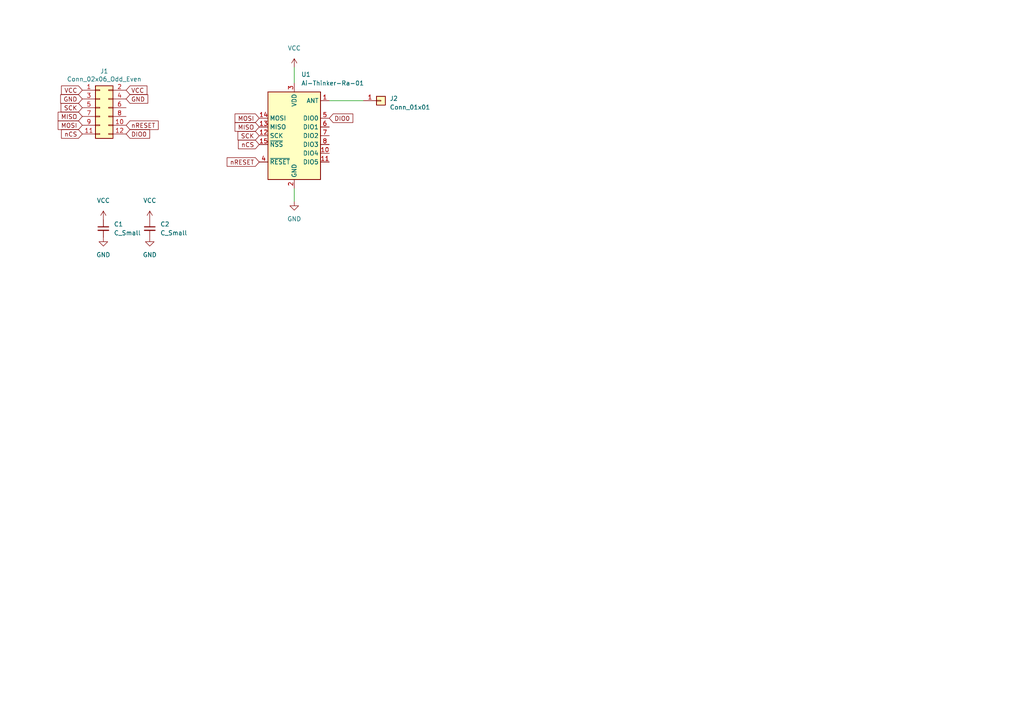
<source format=kicad_sch>
(kicad_sch (version 20230121) (generator eeschema)
  (paper "A4")
  (lib_symbols
    (symbol "Connector_Generic:Conn_01x01" (pin_names (offset 1.016) hide)
      (property "Reference" "J" (at 0 2.54 0))
      (property "Value" "Conn_01x01" (at 0 -2.54 0))
      (symbol "Conn_01x01_1_1"
        (rectangle (start -1.27 0.127) (end 0 -0.127) (stroke (width 0.1524)))
        (rectangle (start -1.27 1.27) (end 1.27 -1.27) (stroke (width 0.254)) (fill (type background)))
        (pin passive line (at -5.08 0 0) (length 3.81) (name "Pin_1") (number "1"))
      )
    )
    (symbol "Connector_Generic:Conn_02x06_Odd_Even" (pin_names (offset 1.016) hide)
      (property "Reference" "J" (at 1.27 7.62 0))
      (property "Value" "Conn_02x06_Odd_Even" (at 1.27 -10.16 0))
      (symbol "Conn_02x06_Odd_Even_1_1"
        (rectangle (start -1.27 -7.493) (end 0 -7.747) (stroke (width 0.1524)))
        (rectangle (start -1.27 -4.953) (end 0 -5.207) (stroke (width 0.1524)))
        (rectangle (start -1.27 -2.413) (end 0 -2.667) (stroke (width 0.1524)))
        (rectangle (start -1.27 0.127) (end 0 -0.127) (stroke (width 0.1524)))
        (rectangle (start -1.27 2.667) (end 0 2.413) (stroke (width 0.1524)))
        (rectangle (start -1.27 5.207) (end 0 4.953) (stroke (width 0.1524)))
        (rectangle (start -1.27 6.35) (end 3.81 -8.89) (stroke (width 0.254)) (fill (type background)))
        (rectangle (start 3.81 -7.493) (end 2.54 -7.747) (stroke (width 0.1524)))
        (rectangle (start 3.81 -4.953) (end 2.54 -5.207) (stroke (width 0.1524)))
        (rectangle (start 3.81 -2.413) (end 2.54 -2.667) (stroke (width 0.1524)))
        (rectangle (start 3.81 0.127) (end 2.54 -0.127) (stroke (width 0.1524)))
        (rectangle (start 3.81 2.667) (end 2.54 2.413) (stroke (width 0.1524)))
        (rectangle (start 3.81 5.207) (end 2.54 4.953) (stroke (width 0.1524)))
        (pin passive line (at -5.08 5.08 0) (length 3.81) (name "Pin_1") (number "1"))
        (pin passive line (at 7.62 -5.08 180) (length 3.81) (name "Pin_10") (number "10"))
        (pin passive line (at -5.08 -7.62 0) (length 3.81) (name "Pin_11") (number "11"))
        (pin passive line (at 7.62 -7.62 180) (length 3.81) (name "Pin_12") (number "12"))
        (pin passive line (at 7.62 5.08 180) (length 3.81) (name "Pin_2") (number "2"))
        (pin passive line (at -5.08 2.54 0) (length 3.81) (name "Pin_3") (number "3"))
        (pin passive line (at 7.62 2.54 180) (length 3.81) (name "Pin_4") (number "4"))
        (pin passive line (at -5.08 0 0) (length 3.81) (name "Pin_5") (number "5"))
        (pin passive line (at 7.62 0 180) (length 3.81) (name "Pin_6") (number "6"))
        (pin passive line (at -5.08 -2.54 0) (length 3.81) (name "Pin_7") (number "7"))
        (pin passive line (at 7.62 -2.54 180) (length 3.81) (name "Pin_8") (number "8"))
        (pin passive line (at -5.08 -5.08 0) (length 3.81) (name "Pin_9") (number "9"))
      )
    )
    (symbol "Device:C_Small" (pin_numbers hide) (pin_names (offset 0.254) hide)
      (property "Reference" "C" (at 0.254 1.778 0))
      (property "Value" "C_Small" (at 0.254 -2.032 0))
      (symbol "C_Small_0_1"
        (polyline (pts (xy -1.524 -0.508) (xy 1.524 -0.508)) (stroke (width 0.3302)))
        (polyline (pts (xy -1.524 0.508) (xy 1.524 0.508)) (stroke (width 0.3048)))
      )
      (symbol "C_Small_1_1"
        (pin passive line (at 0 2.54 270) (length 2.032) (name "~") (number "1"))
        (pin passive line (at 0 -2.54 90) (length 2.032) (name "~") (number "2"))
      )
    )
    (symbol "RF_Module:Ai-Thinker-Ra-01"
      (property "Reference" "U" (at 2.54 17.78 0))
      (property "Value" "Ai-Thinker-Ra-01" (at 13.97 -15.24 0))
      (symbol "Ai-Thinker-Ra-01_0_1"
        (rectangle (start -7.62 12.7) (end 7.62 -12.7) (stroke (width 0.254)) (fill (type background)))
      )
      (symbol "Ai-Thinker-Ra-01_1_1"
        (pin passive line (at 10.16 10.16 180) (length 2.54) (name "ANT") (number "1"))
        (pin bidirectional line (at 10.16 -5.08 180) (length 2.54) (name "DIO4") (number "10"))
        (pin bidirectional line (at 10.16 -7.62 180) (length 2.54) (name "DIO5") (number "11"))
        (pin input line (at -10.16 0 0) (length 2.54) (name "SCK") (number "12"))
        (pin output line (at -10.16 2.54 0) (length 2.54) (name "MISO") (number "13"))
        (pin input line (at -10.16 5.08 0) (length 2.54) (name "MOSI") (number "14"))
        (pin input line (at -10.16 -2.54 0) (length 2.54) (name "~{NSS}") (number "15"))
        (pin passive line (at 0 -15.24 90) (length 2.54) hide (name "GND") (number "16"))
        (pin power_in line (at 0 -15.24 90) (length 2.54) (name "GND") (number "2"))
        (pin power_in line (at 0 15.24 270) (length 2.54) (name "VDD") (number "3"))
        (pin input line (at -10.16 -7.62 0) (length 2.54) (name "~{RESET}") (number "4"))
        (pin bidirectional line (at 10.16 5.08 180) (length 2.54) (name "DIO0") (number "5"))
        (pin bidirectional line (at 10.16 2.54 180) (length 2.54) (name "DIO1") (number "6"))
        (pin bidirectional line (at 10.16 0 180) (length 2.54) (name "DIO2") (number "7"))
        (pin bidirectional line (at 10.16 -2.54 180) (length 2.54) (name "DIO3") (number "8"))
        (pin passive line (at 0 -15.24 90) (length 2.54) hide (name "GND") (number "9"))
      )
    )
    (symbol "power:GND" (power) (pin_names (offset 0))
      (property "Value" "GND" (at 0 -3.81 0))
      (symbol "GND_0_1"
        (polyline (pts (xy 0 0) (xy 0 -1.27) (xy 1.27 -1.27) (xy 0 -2.54) (xy -1.27 -1.27) (xy 0 -1.27)))
      )
      (symbol "GND_1_1"
        (pin power_in line (at 0 0 270) (length 0) hide (name "GND") (number "1"))
      )
    )
    (symbol "power:VCC" (power) (pin_names (offset 0))
      (property "Value" "VCC" (at 0 3.81 0))
      (symbol "VCC_0_1"
        (polyline (pts (xy -0.762 1.27) (xy 0 2.54)))
        (polyline (pts (xy 0 0) (xy 0 2.54)))
        (polyline (pts (xy 0 2.54) (xy 0.762 1.27)))
      )
      (symbol "VCC_1_1"
        (pin power_in line (at 0 0 90) (length 0) hide (name "VCC") (number "1"))
      )
    )
  )
  (wire (pts (xy 95.504 29.21) (xy 105.41 29.21)))
  (wire (pts (xy 85.344 19.558) (xy 85.344 24.13)))
  (wire (pts (xy 85.344 54.61) (xy 85.344 58.42)))
  (global_label "nRESET" (shape input) (at 75.184 46.99 180) (property "Intersheetrefs" "${INTERSHEET_REFS}" (effects hide)) (property "Intersheet-verwijzingen" "${INTERSHEET_REFS}" (effects hide)))
  (global_label "MISO" (shape input) (at 23.876 33.782 180) (property "Intersheetrefs" "${INTERSHEET_REFS}" (effects hide)) (property "Intersheet-verwijzingen" "${INTERSHEET_REFS}" (effects hide)))
  (global_label "GND" (shape input) (at 36.576 28.702 0) (property "Intersheetrefs" "${INTERSHEET_REFS}" (effects hide)) (property "Intersheet-verwijzingen" "${INTERSHEET_REFS}" (effects hide)))
  (global_label "VCC" (shape input) (at 23.876 26.162 180) (property "Intersheetrefs" "${INTERSHEET_REFS}" (effects hide)) (property "Intersheet-verwijzingen" "${INTERSHEET_REFS}" (effects hide)))
  (global_label "nCS" (shape input) (at 75.184 41.91 180) (property "Intersheetrefs" "${INTERSHEET_REFS}" (effects hide)) (property "Intersheet-verwijzingen" "${INTERSHEET_REFS}" (effects hide)))
  (global_label "GND" (shape input) (at 23.876 28.702 180) (property "Intersheetrefs" "${INTERSHEET_REFS}" (effects hide)) (property "Intersheet-verwijzingen" "${INTERSHEET_REFS}" (effects hide)))
  (global_label "SCK" (shape input) (at 23.876 31.242 180) (property "Intersheetrefs" "${INTERSHEET_REFS}" (effects hide)) (property "Intersheet-verwijzingen" "${INTERSHEET_REFS}" (effects hide)))
  (global_label "nCS" (shape input) (at 23.876 38.862 180) (property "Intersheetrefs" "${INTERSHEET_REFS}" (effects hide)) (property "Intersheet-verwijzingen" "${INTERSHEET_REFS}" (effects hide)))
  (global_label "VCC" (shape input) (at 36.576 26.162 0) (property "Intersheetrefs" "${INTERSHEET_REFS}" (effects hide)) (property "Intersheet-verwijzingen" "${INTERSHEET_REFS}" (effects hide)))
  (global_label "DIO0" (shape input) (at 95.504 34.29 0) (property "Intersheetrefs" "${INTERSHEET_REFS}" (effects hide)) (property "Intersheet-verwijzingen" "${INTERSHEET_REFS}" (effects hide)))
  (global_label "DIO0" (shape input) (at 36.576 38.862 0) (property "Intersheetrefs" "${INTERSHEET_REFS}" (effects hide)) (property "Intersheet-verwijzingen" "${INTERSHEET_REFS}" (effects hide)))
  (global_label "MISO" (shape input) (at 75.184 36.83 180) (property "Intersheetrefs" "${INTERSHEET_REFS}" (effects hide)) (property "Intersheet-verwijzingen" "${INTERSHEET_REFS}" (effects hide)))
  (global_label "MOSI" (shape input) (at 75.184 34.29 180) (property "Intersheetrefs" "${INTERSHEET_REFS}" (effects hide)) (property "Intersheet-verwijzingen" "${INTERSHEET_REFS}" (effects hide)))
  (global_label "nRESET" (shape input) (at 36.576 36.322 0) (property "Intersheetrefs" "${INTERSHEET_REFS}" (effects hide)) (property "Intersheet-verwijzingen" "${INTERSHEET_REFS}" (effects hide)))
  (global_label "SCK" (shape input) (at 75.184 39.37 180) (property "Intersheetrefs" "${INTERSHEET_REFS}" (effects hide)) (property "Intersheet-verwijzingen" "${INTERSHEET_REFS}" (effects hide)))
  (global_label "MOSI" (shape input) (at 23.876 36.322 180) (property "Intersheetrefs" "${INTERSHEET_REFS}" (effects hide)) (property "Intersheet-verwijzingen" "${INTERSHEET_REFS}" (effects hide)))
  (symbol (lib_id "Connector_Generic:Conn_02x06_Odd_Even") (at 28.956 31.242 0) (unit 1)
    (property "Reference" "J1" (at 30.226 20.6502 0))
    (property "Value" "Conn_02x06_Odd_Even" (at 30.226 22.9616 0))
    (property "Footprint" "Connector_PinHeader_2.54mm:PinHeader_2x06_P2.54mm_Horizontal" (effects hide))
  )
  (symbol (lib_id "Connector_Generic:Conn_01x01") (at 110.49 29.21 0) (unit 1)
    (property "Reference" "J2" (at 113.03 28.575 0) (effects (justify left)))
    (property "Value" "Conn_01x01" (at 113.03 31.115 0) (effects (justify left)))
    (property "Footprint" "Connector_PinHeader_2.54mm:PinHeader_1x01_P2.54mm_Vertical" (effects hide))
  )
  (symbol (lib_id "power:GND") (at 43.434 68.834 0) (unit 1)
    (property "Reference" "#PWR04" (effects hide))
    (property "Value" "GND" (at 43.434 73.914 0))
  )
  (symbol (lib_id "power:GND") (at 29.972 68.834 0) (unit 1)
    (property "Reference" "#PWR02" (effects hide))
    (property "Value" "GND" (at 29.972 73.914 0))
  )
  (symbol (lib_id "power:GND") (at 85.344 58.42 0) (unit 1)
    (property "Reference" "#PWR06" (effects hide))
    (property "Value" "GND" (at 85.344 63.5 0))
  )
  (symbol (lib_id "Device:C_Small") (at 29.972 66.294 0) (unit 1)
    (property "Reference" "C1" (at 33.02 65.0302 0) (effects (justify left)))
    (property "Value" "C_Small" (at 33.02 67.5702 0) (effects (justify left)))
    (property "Footprint" "Capacitor_SMD:C_0805_2012Metric_Pad1.18x1.45mm_HandSolder" (effects hide))
  )
  (symbol (lib_id "power:VCC") (at 85.344 19.558 0) (unit 1)
    (property "Reference" "#PWR05" (effects hide))
    (property "Value" "VCC" (at 85.344 13.97 0))
  )
  (symbol (lib_id "power:VCC") (at 43.434 63.754 0) (unit 1)
    (property "Reference" "#PWR03" (effects hide))
    (property "Value" "VCC" (at 43.434 58.166 0))
  )
  (symbol (lib_id "power:VCC") (at 29.972 63.754 0) (unit 1)
    (property "Reference" "#PWR01" (effects hide))
    (property "Value" "VCC" (at 29.972 58.166 0))
  )
  (symbol (lib_id "Device:C_Small") (at 43.434 66.294 0) (unit 1)
    (property "Reference" "C2" (at 46.482 65.0302 0) (effects (justify left)))
    (property "Value" "C_Small" (at 46.482 67.5702 0) (effects (justify left)))
    (property "Footprint" "Capacitor_SMD:C_0805_2012Metric_Pad1.18x1.45mm_HandSolder" (effects hide))
  )
  (symbol (lib_id "RF_Module:Ai-Thinker-Ra-01") (at 85.344 39.37 0) (unit 1)
    (property "Reference" "U1" (at 87.3634 21.59 0) (effects (justify left)))
    (property "Value" "Ai-Thinker-Ra-01" (at 87.3634 24.13 0) (effects (justify left)))
    (property "Footprint" "RF_Module:Ai-Thinker-Ra-01-LoRa" (effects hide))
    (property "Datasheet" "http://wiki.ai-thinker.com/_media/lora/docs/c047ps01a1_ra-01_product_specification_v1.1.pdf" (effects hide))
  )
)
</source>
